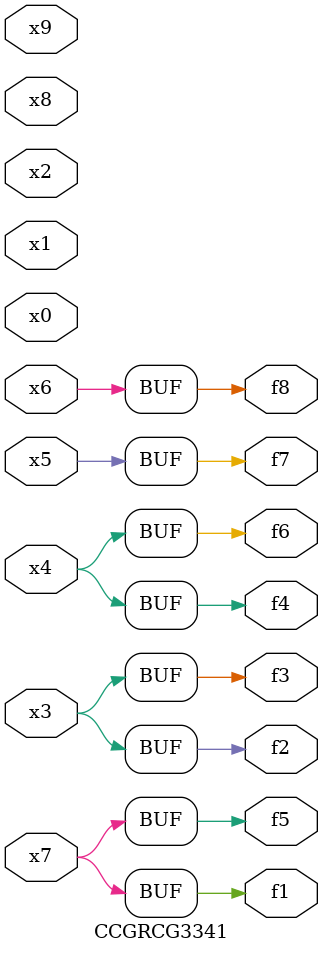
<source format=v>
module CCGRCG3341(
	input x0, x1, x2, x3, x4, x5, x6, x7, x8, x9,
	output f1, f2, f3, f4, f5, f6, f7, f8
);
	assign f1 = x7;
	assign f2 = x3;
	assign f3 = x3;
	assign f4 = x4;
	assign f5 = x7;
	assign f6 = x4;
	assign f7 = x5;
	assign f8 = x6;
endmodule

</source>
